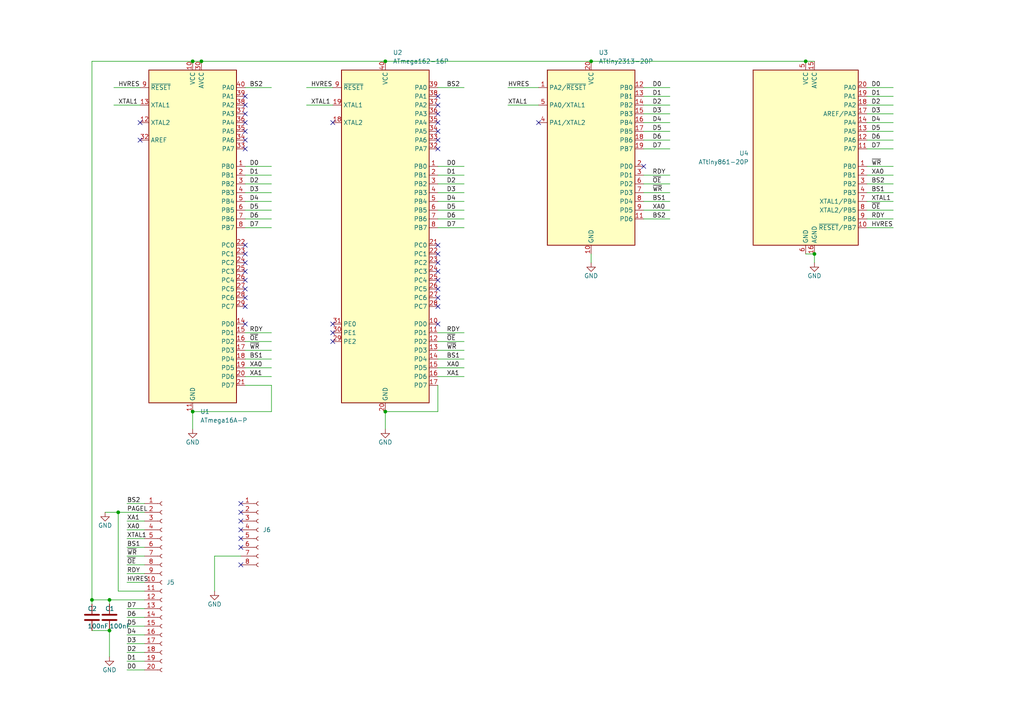
<source format=kicad_sch>
(kicad_sch (version 20231120) (generator "eeschema") (generator_version "8.0")
  (paper "A4")
  (title_block (title "RescueAVR-Adapter") (date "2024-08-25") (rev "1.0"))
  (lib_symbols
    (symbol "Connector:Conn_01x08_Socket" (pin_names (offset 1.016) hide)
      (property "Reference" "J" (at 0 10.16 0))
      (property "Value" "Conn_01x08_Socket" (at 0 -12.7 0))
      (symbol "Conn_01x08_Socket_1_1"
        (arc (start 0 -9.652) (mid -0.5058 -10.16) (end 0 -10.668) (stroke (width 0.1524)))
        (arc (start 0 -7.112) (mid -0.5058 -7.62) (end 0 -8.128) (stroke (width 0.1524)))
        (arc (start 0 -4.572) (mid -0.5058 -5.08) (end 0 -5.588) (stroke (width 0.1524)))
        (arc (start 0 -2.032) (mid -0.5058 -2.54) (end 0 -3.048) (stroke (width 0.1524)))
        (polyline (pts (xy -1.27 -10.16) (xy -0.508 -10.16)) (stroke (width 0.1524)))
        (polyline (pts (xy -1.27 -7.62) (xy -0.508 -7.62)) (stroke (width 0.1524)))
        (polyline (pts (xy -1.27 -5.08) (xy -0.508 -5.08)) (stroke (width 0.1524)))
        (polyline (pts (xy -1.27 -2.54) (xy -0.508 -2.54)) (stroke (width 0.1524)))
        (polyline (pts (xy -1.27 0) (xy -0.508 0)) (stroke (width 0.1524)))
        (polyline (pts (xy -1.27 2.54) (xy -0.508 2.54)) (stroke (width 0.1524)))
        (polyline (pts (xy -1.27 5.08) (xy -0.508 5.08)) (stroke (width 0.1524)))
        (polyline (pts (xy -1.27 7.62) (xy -0.508 7.62)) (stroke (width 0.1524)))
        (arc (start 0 0.508) (mid -0.5058 0) (end 0 -0.508) (stroke (width 0.1524)))
        (arc (start 0 3.048) (mid -0.5058 2.54) (end 0 2.032) (stroke (width 0.1524)))
        (arc (start 0 5.588) (mid -0.5058 5.08) (end 0 4.572) (stroke (width 0.1524)))
        (arc (start 0 8.128) (mid -0.5058 7.62) (end 0 7.112) (stroke (width 0.1524)))
        (pin passive line (at -5.08 7.62 0) (length 3.81) (name "Pin_1") (number "1"))
        (pin passive line (at -5.08 5.08 0) (length 3.81) (name "Pin_2") (number "2"))
        (pin passive line (at -5.08 2.54 0) (length 3.81) (name "Pin_3") (number "3"))
        (pin passive line (at -5.08 0 0) (length 3.81) (name "Pin_4") (number "4"))
        (pin passive line (at -5.08 -2.54 0) (length 3.81) (name "Pin_5") (number "5"))
        (pin passive line (at -5.08 -5.08 0) (length 3.81) (name "Pin_6") (number "6"))
        (pin passive line (at -5.08 -7.62 0) (length 3.81) (name "Pin_7") (number "7"))
        (pin passive line (at -5.08 -10.16 0) (length 3.81) (name "Pin_8") (number "8"))
      )
    )
    (symbol "Connector:Conn_01x20_Socket" (pin_names (offset 1.016) hide)
      (property "Reference" "J" (at 0 25.4 0))
      (property "Value" "Conn_01x20_Socket" (at 0 -27.94 0))
      (symbol "Conn_01x20_Socket_1_1"
        (arc (start 0 -24.892) (mid -0.5058 -25.4) (end 0 -25.908) (stroke (width 0.1524)))
        (arc (start 0 -22.352) (mid -0.5058 -22.86) (end 0 -23.368) (stroke (width 0.1524)))
        (arc (start 0 -19.812) (mid -0.5058 -20.32) (end 0 -20.828) (stroke (width 0.1524)))
        (arc (start 0 -17.272) (mid -0.5058 -17.78) (end 0 -18.288) (stroke (width 0.1524)))
        (arc (start 0 -14.732) (mid -0.5058 -15.24) (end 0 -15.748) (stroke (width 0.1524)))
        (arc (start 0 -12.192) (mid -0.5058 -12.7) (end 0 -13.208) (stroke (width 0.1524)))
        (arc (start 0 -9.652) (mid -0.5058 -10.16) (end 0 -10.668) (stroke (width 0.1524)))
        (arc (start 0 -7.112) (mid -0.5058 -7.62) (end 0 -8.128) (stroke (width 0.1524)))
        (arc (start 0 -4.572) (mid -0.5058 -5.08) (end 0 -5.588) (stroke (width 0.1524)))
        (arc (start 0 -2.032) (mid -0.5058 -2.54) (end 0 -3.048) (stroke (width 0.1524)))
        (polyline (pts (xy -1.27 -25.4) (xy -0.508 -25.4)) (stroke (width 0.1524)))
        (polyline (pts (xy -1.27 -22.86) (xy -0.508 -22.86)) (stroke (width 0.1524)))
        (polyline (pts (xy -1.27 -20.32) (xy -0.508 -20.32)) (stroke (width 0.1524)))
        (polyline (pts (xy -1.27 -17.78) (xy -0.508 -17.78)) (stroke (width 0.1524)))
        (polyline (pts (xy -1.27 -15.24) (xy -0.508 -15.24)) (stroke (width 0.1524)))
        (polyline (pts (xy -1.27 -12.7) (xy -0.508 -12.7)) (stroke (width 0.1524)))
        (polyline (pts (xy -1.27 -10.16) (xy -0.508 -10.16)) (stroke (width 0.1524)))
        (polyline (pts (xy -1.27 -7.62) (xy -0.508 -7.62)) (stroke (width 0.1524)))
        (polyline (pts (xy -1.27 -5.08) (xy -0.508 -5.08)) (stroke (width 0.1524)))
        (polyline (pts (xy -1.27 -2.54) (xy -0.508 -2.54)) (stroke (width 0.1524)))
        (polyline (pts (xy -1.27 0) (xy -0.508 0)) (stroke (width 0.1524)))
        (polyline (pts (xy -1.27 2.54) (xy -0.508 2.54)) (stroke (width 0.1524)))
        (polyline (pts (xy -1.27 5.08) (xy -0.508 5.08)) (stroke (width 0.1524)))
        (polyline (pts (xy -1.27 7.62) (xy -0.508 7.62)) (stroke (width 0.1524)))
        (polyline (pts (xy -1.27 10.16) (xy -0.508 10.16)) (stroke (width 0.1524)))
        (polyline (pts (xy -1.27 12.7) (xy -0.508 12.7)) (stroke (width 0.1524)))
        (polyline (pts (xy -1.27 15.24) (xy -0.508 15.24)) (stroke (width 0.1524)))
        (polyline (pts (xy -1.27 17.78) (xy -0.508 17.78)) (stroke (width 0.1524)))
        (polyline (pts (xy -1.27 20.32) (xy -0.508 20.32)) (stroke (width 0.1524)))
        (polyline (pts (xy -1.27 22.86) (xy -0.508 22.86)) (stroke (width 0.1524)))
        (arc (start 0 0.508) (mid -0.5058 0) (end 0 -0.508) (stroke (width 0.1524)))
        (arc (start 0 3.048) (mid -0.5058 2.54) (end 0 2.032) (stroke (width 0.1524)))
        (arc (start 0 5.588) (mid -0.5058 5.08) (end 0 4.572) (stroke (width 0.1524)))
        (arc (start 0 8.128) (mid -0.5058 7.62) (end 0 7.112) (stroke (width 0.1524)))
        (arc (start 0 10.668) (mid -0.5058 10.16) (end 0 9.652) (stroke (width 0.1524)))
        (arc (start 0 13.208) (mid -0.5058 12.7) (end 0 12.192) (stroke (width 0.1524)))
        (arc (start 0 15.748) (mid -0.5058 15.24) (end 0 14.732) (stroke (width 0.1524)))
        (arc (start 0 18.288) (mid -0.5058 17.78) (end 0 17.272) (stroke (width 0.1524)))
        (arc (start 0 20.828) (mid -0.5058 20.32) (end 0 19.812) (stroke (width 0.1524)))
        (arc (start 0 23.368) (mid -0.5058 22.86) (end 0 22.352) (stroke (width 0.1524)))
        (pin passive line (at -5.08 22.86 0) (length 3.81) (name "Pin_1") (number "1"))
        (pin passive line (at -5.08 0 0) (length 3.81) (name "Pin_10") (number "10"))
        (pin passive line (at -5.08 -2.54 0) (length 3.81) (name "Pin_11") (number "11"))
        (pin passive line (at -5.08 -5.08 0) (length 3.81) (name "Pin_12") (number "12"))
        (pin passive line (at -5.08 -7.62 0) (length 3.81) (name "Pin_13") (number "13"))
        (pin passive line (at -5.08 -10.16 0) (length 3.81) (name "Pin_14") (number "14"))
        (pin passive line (at -5.08 -12.7 0) (length 3.81) (name "Pin_15") (number "15"))
        (pin passive line (at -5.08 -15.24 0) (length 3.81) (name "Pin_16") (number "16"))
        (pin passive line (at -5.08 -17.78 0) (length 3.81) (name "Pin_17") (number "17"))
        (pin passive line (at -5.08 -20.32 0) (length 3.81) (name "Pin_18") (number "18"))
        (pin passive line (at -5.08 -22.86 0) (length 3.81) (name "Pin_19") (number "19"))
        (pin passive line (at -5.08 20.32 0) (length 3.81) (name "Pin_2") (number "2"))
        (pin passive line (at -5.08 -25.4 0) (length 3.81) (name "Pin_20") (number "20"))
        (pin passive line (at -5.08 17.78 0) (length 3.81) (name "Pin_3") (number "3"))
        (pin passive line (at -5.08 15.24 0) (length 3.81) (name "Pin_4") (number "4"))
        (pin passive line (at -5.08 12.7 0) (length 3.81) (name "Pin_5") (number "5"))
        (pin passive line (at -5.08 10.16 0) (length 3.81) (name "Pin_6") (number "6"))
        (pin passive line (at -5.08 7.62 0) (length 3.81) (name "Pin_7") (number "7"))
        (pin passive line (at -5.08 5.08 0) (length 3.81) (name "Pin_8") (number "8"))
        (pin passive line (at -5.08 2.54 0) (length 3.81) (name "Pin_9") (number "9"))
      )
    )
    (symbol "Device:C" (pin_numbers hide) (pin_names (offset 0.254))
      (property "Reference" "C" (at 0.635 2.54 0))
      (property "Value" "C" (at 0.635 -2.54 0))
      (symbol "C_0_1"
        (polyline (pts (xy -2.032 -0.762) (xy 2.032 -0.762)) (stroke (width 0.508)))
        (polyline (pts (xy -2.032 0.762) (xy 2.032 0.762)) (stroke (width 0.508)))
      )
      (symbol "C_1_1"
        (pin passive line (at 0 3.81 270) (length 2.794) (name "~") (number "1"))
        (pin passive line (at 0 -3.81 90) (length 2.794) (name "~") (number "2"))
      )
    )
    (symbol "MCU_Microchip_ATmega:ATmega162-16P"
      (property "Reference" "U" (at -12.7 49.53 0))
      (property "Value" "ATmega162-16P" (at 2.54 -49.53 0))
      (symbol "ATmega162-16P_0_1"
        (rectangle (start -12.7 -48.26) (end 12.7 48.26) (stroke (width 0.254)) (fill (type background)))
      )
      (symbol "ATmega162-16P_1_1"
        (pin bidirectional line (at 15.24 20.32 180) (length 2.54) (name "PB0") (number "1"))
        (pin bidirectional line (at 15.24 -25.4 180) (length 2.54) (name "PD0") (number "10"))
        (pin bidirectional line (at 15.24 -27.94 180) (length 2.54) (name "PD1") (number "11"))
        (pin bidirectional line (at 15.24 -30.48 180) (length 2.54) (name "PD2") (number "12"))
        (pin bidirectional line (at 15.24 -33.02 180) (length 2.54) (name "PD3") (number "13"))
        (pin bidirectional line (at 15.24 -35.56 180) (length 2.54) (name "PD4") (number "14"))
        (pin bidirectional line (at 15.24 -38.1 180) (length 2.54) (name "PD5") (number "15"))
        (pin bidirectional line (at 15.24 -40.64 180) (length 2.54) (name "PD6") (number "16"))
        (pin bidirectional line (at 15.24 -43.18 180) (length 2.54) (name "PD7") (number "17"))
        (pin output line (at -15.24 33.02 0) (length 2.54) (name "XTAL2") (number "18"))
        (pin input line (at -15.24 38.1 0) (length 2.54) (name "XTAL1") (number "19"))
        (pin bidirectional line (at 15.24 17.78 180) (length 2.54) (name "PB1") (number "2"))
        (pin power_in line (at 0 -50.8 90) (length 2.54) (name "GND") (number "20"))
        (pin bidirectional line (at 15.24 -2.54 180) (length 2.54) (name "PC0") (number "21"))
        (pin bidirectional line (at 15.24 -5.08 180) (length 2.54) (name "PC1") (number "22"))
        (pin bidirectional line (at 15.24 -7.62 180) (length 2.54) (name "PC2") (number "23"))
        (pin bidirectional line (at 15.24 -10.16 180) (length 2.54) (name "PC3") (number "24"))
        (pin bidirectional line (at 15.24 -12.7 180) (length 2.54) (name "PC4") (number "25"))
        (pin bidirectional line (at 15.24 -15.24 180) (length 2.54) (name "PC5") (number "26"))
        (pin bidirectional line (at 15.24 -17.78 180) (length 2.54) (name "PC6") (number "27"))
        (pin bidirectional line (at 15.24 -20.32 180) (length 2.54) (name "PC7") (number "28"))
        (pin bidirectional line (at -15.24 -30.48 0) (length 2.54) (name "PE2") (number "29"))
        (pin bidirectional line (at 15.24 15.24 180) (length 2.54) (name "PB2") (number "3"))
        (pin bidirectional line (at -15.24 -27.94 0) (length 2.54) (name "PE1") (number "30"))
        (pin bidirectional line (at -15.24 -25.4 0) (length 2.54) (name "PE0") (number "31"))
        (pin bidirectional line (at 15.24 25.4 180) (length 2.54) (name "PA7") (number "32"))
        (pin bidirectional line (at 15.24 27.94 180) (length 2.54) (name "PA6") (number "33"))
        (pin bidirectional line (at 15.24 30.48 180) (length 2.54) (name "PA5") (number "34"))
        (pin bidirectional line (at 15.24 33.02 180) (length 2.54) (name "PA4") (number "35"))
        (pin bidirectional line (at 15.24 35.56 180) (length 2.54) (name "PA3") (number "36"))
        (pin bidirectional line (at 15.24 38.1 180) (length 2.54) (name "PA2") (number "37"))
        (pin bidirectional line (at 15.24 40.64 180) (length 2.54) (name "PA1") (number "38"))
        (pin bidirectional line (at 15.24 43.18 180) (length 2.54) (name "PA0") (number "39"))
        (pin bidirectional line (at 15.24 12.7 180) (length 2.54) (name "PB3") (number "4"))
        (pin power_in line (at 0 50.8 270) (length 2.54) (name "VCC") (number "40"))
        (pin bidirectional line (at 15.24 10.16 180) (length 2.54) (name "PB4") (number "5"))
        (pin bidirectional line (at 15.24 7.62 180) (length 2.54) (name "PB5") (number "6"))
        (pin bidirectional line (at 15.24 5.08 180) (length 2.54) (name "PB6") (number "7"))
        (pin bidirectional line (at 15.24 2.54 180) (length 2.54) (name "PB7") (number "8"))
        (pin input line (at -15.24 43.18 0) (length 2.54) (name "~{RESET}") (number "9"))
      )
    )
    (symbol "MCU_Microchip_ATmega:ATmega16A-P"
      (property "Reference" "U" (at -12.7 49.53 0))
      (property "Value" "ATmega16A-P" (at 2.54 -49.53 0))
      (symbol "ATmega16A-P_0_1"
        (rectangle (start -12.7 -48.26) (end 12.7 48.26) (stroke (width 0.254)) (fill (type background)))
      )
      (symbol "ATmega16A-P_1_1"
        (pin bidirectional line (at 15.24 20.32 180) (length 2.54) (name "PB0") (number "1"))
        (pin power_in line (at 0 50.8 270) (length 2.54) (name "VCC") (number "10"))
        (pin power_in line (at 0 -50.8 90) (length 2.54) (name "GND") (number "11"))
        (pin output line (at -15.24 33.02 0) (length 2.54) (name "XTAL2") (number "12"))
        (pin input line (at -15.24 38.1 0) (length 2.54) (name "XTAL1") (number "13"))
        (pin bidirectional line (at 15.24 -25.4 180) (length 2.54) (name "PD0") (number "14"))
        (pin bidirectional line (at 15.24 -27.94 180) (length 2.54) (name "PD1") (number "15"))
        (pin bidirectional line (at 15.24 -30.48 180) (length 2.54) (name "PD2") (number "16"))
        (pin bidirectional line (at 15.24 -33.02 180) (length 2.54) (name "PD3") (number "17"))
        (pin bidirectional line (at 15.24 -35.56 180) (length 2.54) (name "PD4") (number "18"))
        (pin bidirectional line (at 15.24 -38.1 180) (length 2.54) (name "PD5") (number "19"))
        (pin bidirectional line (at 15.24 17.78 180) (length 2.54) (name "PB1") (number "2"))
        (pin bidirectional line (at 15.24 -40.64 180) (length 2.54) (name "PD6") (number "20"))
        (pin bidirectional line (at 15.24 -43.18 180) (length 2.54) (name "PD7") (number "21"))
        (pin bidirectional line (at 15.24 -2.54 180) (length 2.54) (name "PC0") (number "22"))
        (pin bidirectional line (at 15.24 -5.08 180) (length 2.54) (name "PC1") (number "23"))
        (pin bidirectional line (at 15.24 -7.62 180) (length 2.54) (name "PC2") (number "24"))
        (pin bidirectional line (at 15.24 -10.16 180) (length 2.54) (name "PC3") (number "25"))
        (pin bidirectional line (at 15.24 -12.7 180) (length 2.54) (name "PC4") (number "26"))
        (pin bidirectional line (at 15.24 -15.24 180) (length 2.54) (name "PC5") (number "27"))
        (pin bidirectional line (at 15.24 -17.78 180) (length 2.54) (name "PC6") (number "28"))
        (pin bidirectional line (at 15.24 -20.32 180) (length 2.54) (name "PC7") (number "29"))
        (pin bidirectional line (at 15.24 15.24 180) (length 2.54) (name "PB2") (number "3"))
        (pin power_in line (at 2.54 50.8 270) (length 2.54) (name "AVCC") (number "30"))
        (pin passive line (at 0 -50.8 90) (length 2.54) hide (name "GND") (number "31"))
        (pin passive line (at -15.24 27.94 0) (length 2.54) (name "AREF") (number "32"))
        (pin bidirectional line (at 15.24 25.4 180) (length 2.54) (name "PA7") (number "33"))
        (pin bidirectional line (at 15.24 27.94 180) (length 2.54) (name "PA6") (number "34"))
        (pin bidirectional line (at 15.24 30.48 180) (length 2.54) (name "PA5") (number "35"))
        (pin bidirectional line (at 15.24 33.02 180) (length 2.54) (name "PA4") (number "36"))
        (pin bidirectional line (at 15.24 35.56 180) (length 2.54) (name "PA3") (number "37"))
        (pin bidirectional line (at 15.24 38.1 180) (length 2.54) (name "PA2") (number "38"))
        (pin bidirectional line (at 15.24 40.64 180) (length 2.54) (name "PA1") (number "39"))
        (pin bidirectional line (at 15.24 12.7 180) (length 2.54) (name "PB3") (number "4"))
        (pin bidirectional line (at 15.24 43.18 180) (length 2.54) (name "PA0") (number "40"))
        (pin bidirectional line (at 15.24 10.16 180) (length 2.54) (name "PB4") (number "5"))
        (pin bidirectional line (at 15.24 7.62 180) (length 2.54) (name "PB5") (number "6"))
        (pin bidirectional line (at 15.24 5.08 180) (length 2.54) (name "PB6") (number "7"))
        (pin bidirectional line (at 15.24 2.54 180) (length 2.54) (name "PB7") (number "8"))
        (pin input line (at -15.24 43.18 0) (length 2.54) (name "~{RESET}") (number "9"))
      )
    )
    (symbol "MCU_Microchip_ATtiny:ATtiny2313-20P"
      (property "Reference" "U" (at -12.7 26.67 0))
      (property "Value" "ATtiny2313-20P" (at 2.54 -26.67 0))
      (symbol "ATtiny2313-20P_0_1"
        (rectangle (start -12.7 -25.4) (end 12.7 25.4) (stroke (width 0.254)) (fill (type background)))
      )
      (symbol "ATtiny2313-20P_1_1"
        (pin bidirectional line (at -15.24 20.32 0) (length 2.54) (name "PA2/~{RESET}") (number "1"))
        (pin power_in line (at 0 -27.94 90) (length 2.54) (name "GND") (number "10"))
        (pin bidirectional line (at 15.24 -17.78 180) (length 2.54) (name "PD6") (number "11"))
        (pin bidirectional line (at 15.24 20.32 180) (length 2.54) (name "PB0") (number "12"))
        (pin bidirectional line (at 15.24 17.78 180) (length 2.54) (name "PB1") (number "13"))
        (pin bidirectional line (at 15.24 15.24 180) (length 2.54) (name "PB2") (number "14"))
        (pin bidirectional line (at 15.24 12.7 180) (length 2.54) (name "PB3") (number "15"))
        (pin bidirectional line (at 15.24 10.16 180) (length 2.54) (name "PB4") (number "16"))
        (pin bidirectional line (at 15.24 7.62 180) (length 2.54) (name "PB5") (number "17"))
        (pin bidirectional line (at 15.24 5.08 180) (length 2.54) (name "PB6") (number "18"))
        (pin bidirectional line (at 15.24 2.54 180) (length 2.54) (name "PB7") (number "19"))
        (pin bidirectional line (at 15.24 -2.54 180) (length 2.54) (name "PD0") (number "2"))
        (pin power_in line (at 0 27.94 270) (length 2.54) (name "VCC") (number "20"))
        (pin bidirectional line (at 15.24 -5.08 180) (length 2.54) (name "PD1") (number "3"))
        (pin bidirectional line (at -15.24 10.16 0) (length 2.54) (name "PA1/XTAL2") (number "4"))
        (pin bidirectional line (at -15.24 15.24 0) (length 2.54) (name "PA0/XTAL1") (number "5"))
        (pin bidirectional line (at 15.24 -7.62 180) (length 2.54) (name "PD2") (number "6"))
        (pin bidirectional line (at 15.24 -10.16 180) (length 2.54) (name "PD3") (number "7"))
        (pin bidirectional line (at 15.24 -12.7 180) (length 2.54) (name "PD4") (number "8"))
        (pin bidirectional line (at 15.24 -15.24 180) (length 2.54) (name "PD5") (number "9"))
      )
    )
    (symbol "MCU_Microchip_ATtiny:ATtiny861-20P"
      (property "Reference" "U" (at -15.24 26.67 0))
      (property "Value" "ATtiny861-20P" (at 5.08 -26.67 0))
      (symbol "ATtiny861-20P_0_1"
        (rectangle (start -15.24 -25.4) (end 15.24 25.4) (stroke (width 0.254)) (fill (type background)))
      )
      (symbol "ATtiny861-20P_1_1"
        (pin bidirectional line (at 17.78 -2.54 180) (length 2.54) (name "PB0") (number "1"))
        (pin bidirectional line (at 17.78 -20.32 180) (length 2.54) (name "~{RESET}/PB7") (number "10"))
        (pin bidirectional line (at 17.78 2.54 180) (length 2.54) (name "PA7") (number "11"))
        (pin bidirectional line (at 17.78 5.08 180) (length 2.54) (name "PA6") (number "12"))
        (pin bidirectional line (at 17.78 7.62 180) (length 2.54) (name "PA5") (number "13"))
        (pin bidirectional line (at 17.78 10.16 180) (length 2.54) (name "PA4") (number "14"))
        (pin power_in line (at 2.54 27.94 270) (length 2.54) (name "AVCC") (number "15"))
        (pin power_in line (at 2.54 -27.94 90) (length 2.54) (name "AGND") (number "16"))
        (pin bidirectional line (at 17.78 12.7 180) (length 2.54) (name "AREF/PA3") (number "17"))
        (pin bidirectional line (at 17.78 15.24 180) (length 2.54) (name "PA2") (number "18"))
        (pin bidirectional line (at 17.78 17.78 180) (length 2.54) (name "PA1") (number "19"))
        (pin bidirectional line (at 17.78 -5.08 180) (length 2.54) (name "PB1") (number "2"))
        (pin bidirectional line (at 17.78 20.32 180) (length 2.54) (name "PA0") (number "20"))
        (pin bidirectional line (at 17.78 -7.62 180) (length 2.54) (name "PB2") (number "3"))
        (pin bidirectional line (at 17.78 -10.16 180) (length 2.54) (name "PB3") (number "4"))
        (pin power_in line (at 0 27.94 270) (length 2.54) (name "VCC") (number "5"))
        (pin power_in line (at 0 -27.94 90) (length 2.54) (name "GND") (number "6"))
        (pin bidirectional line (at 17.78 -12.7 180) (length 2.54) (name "XTAL1/PB4") (number "7"))
        (pin bidirectional line (at 17.78 -15.24 180) (length 2.54) (name "XTAL2/PB5") (number "8"))
        (pin bidirectional line (at 17.78 -17.78 180) (length 2.54) (name "PB6") (number "9"))
      )
    )
    (symbol "power:GND" (power) (pin_names (offset 0))
      (property "Value" "GND" (at 0 -3.81 0))
      (symbol "GND_0_1"
        (polyline (pts (xy 0 0) (xy 0 -1.27) (xy 1.27 -1.27) (xy 0 -2.54) (xy -1.27 -1.27) (xy 0 -1.27)))
      )
      (symbol "GND_1_1"
        (pin power_in line (at 0 0 270) (length 0) hide (name "GND") (number "1"))
      )
    )
  )
  (junction (at 34.29 148.59))
  (junction (at 111.76 119.38))
  (junction (at 55.88 17.78))
  (junction (at 26.67 173.99))
  (junction (at 233.68 17.78))
  (junction (at 31.75 173.99))
  (junction (at 111.76 17.78))
  (junction (at 55.88 119.38))
  (junction (at 31.75 182.88))
  (junction (at 58.42 17.78))
  (junction (at 171.45 17.78))
  (junction (at 236.22 73.66))
  (no_connect (at 71.12 76.2))
  (no_connect (at 69.85 146.05))
  (no_connect (at 156.21 35.56))
  (no_connect (at 127 76.2))
  (no_connect (at 69.85 158.75))
  (no_connect (at 127 81.28))
  (no_connect (at 71.12 43.18))
  (no_connect (at 69.85 153.67))
  (no_connect (at 96.52 35.56))
  (no_connect (at 71.12 27.94))
  (no_connect (at 127 86.36))
  (no_connect (at 127 43.18))
  (no_connect (at 71.12 73.66))
  (no_connect (at 127 73.66))
  (no_connect (at 71.12 35.56))
  (no_connect (at 71.12 71.12))
  (no_connect (at 40.64 35.56))
  (no_connect (at 69.85 156.21))
  (no_connect (at 71.12 33.02))
  (no_connect (at 71.12 78.74))
  (no_connect (at 71.12 88.9))
  (no_connect (at 186.69 48.26))
  (no_connect (at 96.52 99.06))
  (no_connect (at 127 83.82))
  (no_connect (at 127 38.1))
  (no_connect (at 71.12 30.48))
  (no_connect (at 127 33.02))
  (no_connect (at 127 40.64))
  (no_connect (at 127 27.94))
  (no_connect (at 127 78.74))
  (no_connect (at 127 93.98))
  (no_connect (at 71.12 83.82))
  (no_connect (at 40.64 40.64))
  (no_connect (at 71.12 86.36))
  (no_connect (at 127 30.48))
  (no_connect (at 96.52 93.98))
  (no_connect (at 69.85 163.83))
  (no_connect (at 71.12 81.28))
  (no_connect (at 127 35.56))
  (no_connect (at 71.12 40.64))
  (no_connect (at 127 88.9))
  (no_connect (at 69.85 148.59))
  (no_connect (at 69.85 151.13))
  (no_connect (at 96.52 96.52))
  (no_connect (at 71.12 38.1))
  (no_connect (at 71.12 93.98))
  (no_connect (at 127 71.12))
  (wire (pts (xy 251.46 40.64) (xy 259.08 40.64)))
  (wire (pts (xy 251.46 66.04) (xy 259.08 66.04)))
  (wire (pts (xy 71.12 25.4) (xy 78.74 25.4)))
  (wire (pts (xy 251.46 27.94) (xy 259.08 27.94)))
  (wire (pts (xy 36.83 179.07) (xy 41.91 179.07)))
  (wire (pts (xy 71.12 55.88) (xy 78.74 55.88)))
  (wire (pts (xy 251.46 53.34) (xy 259.08 53.34)))
  (wire (pts (xy 127 55.88) (xy 134.62 55.88)))
  (wire (pts (xy 186.69 55.88) (xy 194.31 55.88)))
  (wire (pts (xy 36.83 184.15) (xy 41.91 184.15)))
  (wire (pts (xy 127 119.38) (xy 111.76 119.38)))
  (wire (pts (xy 111.76 17.78) (xy 171.45 17.78)))
  (wire (pts (xy 127 111.76) (xy 127 119.38)))
  (wire (pts (xy 55.88 119.38) (xy 55.88 124.46)))
  (wire (pts (xy 26.67 173.99) (xy 26.67 175.26)))
  (wire (pts (xy 30.48 148.59) (xy 34.29 148.59)))
  (wire (pts (xy 233.68 17.78) (xy 236.22 17.78)))
  (wire (pts (xy 36.83 158.75) (xy 41.91 158.75)))
  (wire (pts (xy 33.02 30.48) (xy 40.64 30.48)))
  (wire (pts (xy 62.23 161.29) (xy 62.23 171.45)))
  (wire (pts (xy 236.22 73.66) (xy 236.22 76.2)))
  (wire (pts (xy 26.67 173.99) (xy 31.75 173.99)))
  (wire (pts (xy 36.83 176.53) (xy 41.91 176.53)))
  (wire (pts (xy 171.45 73.66) (xy 171.45 76.2)))
  (wire (pts (xy 55.88 17.78) (xy 58.42 17.78)))
  (wire (pts (xy 251.46 48.26) (xy 259.08 48.26)))
  (wire (pts (xy 127 58.42) (xy 134.62 58.42)))
  (wire (pts (xy 147.32 30.48) (xy 156.21 30.48)))
  (wire (pts (xy 71.12 96.52) (xy 78.74 96.52)))
  (wire (pts (xy 127 48.26) (xy 134.62 48.26)))
  (wire (pts (xy 186.69 50.8) (xy 194.31 50.8)))
  (wire (pts (xy 186.69 58.42) (xy 194.31 58.42)))
  (wire (pts (xy 251.46 50.8) (xy 259.08 50.8)))
  (wire (pts (xy 147.32 25.4) (xy 156.21 25.4)))
  (wire (pts (xy 31.75 173.99) (xy 41.91 173.99)))
  (wire (pts (xy 26.67 182.88) (xy 31.75 182.88)))
  (wire (pts (xy 71.12 53.34) (xy 78.74 53.34)))
  (wire (pts (xy 36.83 151.13) (xy 41.91 151.13)))
  (wire (pts (xy 186.69 40.64) (xy 194.31 40.64)))
  (wire (pts (xy 31.75 182.88) (xy 31.75 190.5)))
  (wire (pts (xy 58.42 17.78) (xy 111.76 17.78)))
  (wire (pts (xy 33.02 25.4) (xy 40.64 25.4)))
  (wire (pts (xy 127 96.52) (xy 134.62 96.52)))
  (wire (pts (xy 36.83 166.37) (xy 41.91 166.37)))
  (wire (pts (xy 251.46 30.48) (xy 259.08 30.48)))
  (wire (pts (xy 251.46 63.5) (xy 259.08 63.5)))
  (wire (pts (xy 71.12 106.68) (xy 78.74 106.68)))
  (wire (pts (xy 71.12 60.96) (xy 78.74 60.96)))
  (wire (pts (xy 186.69 53.34) (xy 194.31 53.34)))
  (wire (pts (xy 251.46 43.18) (xy 259.08 43.18)))
  (wire (pts (xy 31.75 173.99) (xy 31.75 175.26)))
  (wire (pts (xy 71.12 50.8) (xy 78.74 50.8)))
  (wire (pts (xy 41.91 171.45) (xy 34.29 171.45)))
  (wire (pts (xy 71.12 63.5) (xy 78.74 63.5)))
  (wire (pts (xy 55.88 17.78) (xy 26.67 17.78)))
  (wire (pts (xy 186.69 38.1) (xy 194.31 38.1)))
  (wire (pts (xy 171.45 17.78) (xy 233.68 17.78)))
  (wire (pts (xy 251.46 25.4) (xy 259.08 25.4)))
  (wire (pts (xy 36.83 181.61) (xy 41.91 181.61)))
  (wire (pts (xy 88.9 25.4) (xy 96.52 25.4)))
  (wire (pts (xy 71.12 101.6) (xy 78.74 101.6)))
  (wire (pts (xy 186.69 30.48) (xy 194.31 30.48)))
  (wire (pts (xy 36.83 153.67) (xy 41.91 153.67)))
  (wire (pts (xy 71.12 99.06) (xy 78.74 99.06)))
  (wire (pts (xy 251.46 58.42) (xy 259.08 58.42)))
  (wire (pts (xy 36.83 189.23) (xy 41.91 189.23)))
  (wire (pts (xy 186.69 63.5) (xy 194.31 63.5)))
  (wire (pts (xy 62.23 161.29) (xy 69.85 161.29)))
  (wire (pts (xy 251.46 35.56) (xy 259.08 35.56)))
  (wire (pts (xy 127 101.6) (xy 134.62 101.6)))
  (wire (pts (xy 36.83 163.83) (xy 41.91 163.83)))
  (wire (pts (xy 186.69 27.94) (xy 194.31 27.94)))
  (wire (pts (xy 34.29 148.59) (xy 41.91 148.59)))
  (wire (pts (xy 36.83 156.21) (xy 41.91 156.21)))
  (wire (pts (xy 71.12 109.22) (xy 78.74 109.22)))
  (wire (pts (xy 71.12 48.26) (xy 78.74 48.26)))
  (wire (pts (xy 127 63.5) (xy 134.62 63.5)))
  (wire (pts (xy 36.83 146.05) (xy 41.91 146.05)))
  (wire (pts (xy 127 99.06) (xy 134.62 99.06)))
  (wire (pts (xy 36.83 191.77) (xy 41.91 191.77)))
  (wire (pts (xy 36.83 168.91) (xy 41.91 168.91)))
  (wire (pts (xy 127 104.14) (xy 134.62 104.14)))
  (wire (pts (xy 55.88 119.38) (xy 78.74 119.38)))
  (wire (pts (xy 251.46 55.88) (xy 259.08 55.88)))
  (wire (pts (xy 186.69 60.96) (xy 194.31 60.96)))
  (wire (pts (xy 186.69 35.56) (xy 194.31 35.56)))
  (wire (pts (xy 127 66.04) (xy 134.62 66.04)))
  (wire (pts (xy 34.29 148.59) (xy 34.29 171.45)))
  (wire (pts (xy 233.68 73.66) (xy 236.22 73.66)))
  (wire (pts (xy 71.12 104.14) (xy 78.74 104.14)))
  (wire (pts (xy 36.83 194.31) (xy 41.91 194.31)))
  (wire (pts (xy 186.69 25.4) (xy 194.31 25.4)))
  (wire (pts (xy 251.46 38.1) (xy 259.08 38.1)))
  (wire (pts (xy 111.76 119.38) (xy 111.76 124.46)))
  (wire (pts (xy 186.69 33.02) (xy 194.31 33.02)))
  (wire (pts (xy 78.74 111.76) (xy 78.74 119.38)))
  (wire (pts (xy 251.46 60.96) (xy 259.08 60.96)))
  (wire (pts (xy 88.9 30.48) (xy 96.52 30.48)))
  (wire (pts (xy 186.69 43.18) (xy 194.31 43.18)))
  (wire (pts (xy 36.83 186.69) (xy 41.91 186.69)))
  (wire (pts (xy 127 109.22) (xy 134.62 109.22)))
  (wire (pts (xy 127 50.8) (xy 134.62 50.8)))
  (wire (pts (xy 71.12 111.76) (xy 78.74 111.76)))
  (wire (pts (xy 26.67 17.78) (xy 26.67 173.99)))
  (wire (pts (xy 127 25.4) (xy 134.62 25.4)))
  (wire (pts (xy 127 53.34) (xy 134.62 53.34)))
  (wire (pts (xy 127 106.68) (xy 134.62 106.68)))
  (wire (pts (xy 251.46 33.02) (xy 259.08 33.02)))
  (wire (pts (xy 71.12 58.42) (xy 78.74 58.42)))
  (wire (pts (xy 36.83 161.29) (xy 41.91 161.29)))
  (wire (pts (xy 71.12 66.04) (xy 78.74 66.04)))
  (wire (pts (xy 127 60.96) (xy 134.62 60.96)))
  (label "D1" (at 129.54 50.8 0))
  (label "~{OE}" (at 72.39 99.06 0))
  (label "~{WR}" (at 36.83 161.29 0))
  (label "HVRES" (at 147.32 25.4 0))
  (label "D7" (at 36.83 176.53 0))
  (label "BS1" (at 252.73 55.88 0))
  (label "HVRES" (at 90.17 25.4 0))
  (label "D1" (at 36.83 191.77 0))
  (label "XTAL1" (at 36.83 156.21 0))
  (label "D2" (at 252.73 30.48 0))
  (label "XA1" (at 72.39 109.22 0))
  (label "~{OE}" (at 36.83 163.83 0))
  (label "RDY" (at 252.73 63.5 0))
  (label "BS1" (at 72.39 104.14 0))
  (label "XA1" (at 36.83 151.13 0))
  (label "~{OE}" (at 252.73 60.96 0))
  (label "D2" (at 36.83 189.23 0))
  (label "BS2" (at 252.73 53.34 0))
  (label "D3" (at 129.54 55.88 0))
  (label "HVRES" (at 252.73 66.04 0))
  (label "RDY" (at 129.54 96.52 0))
  (label "XA1" (at 129.54 109.22 0))
  (label "BS1" (at 189.23 58.42 0))
  (label "D0" (at 189.23 25.4 0))
  (label "HVRES" (at 34.29 25.4 0))
  (label "BS2" (at 189.23 63.5 0))
  (label "D2" (at 72.39 53.34 0))
  (label "D6" (at 189.23 40.64 0))
  (label "D6" (at 36.83 179.07 0))
  (label "XA0" (at 72.39 106.68 0))
  (label "BS2" (at 129.54 25.4 0))
  (label "D6" (at 72.39 63.5 0))
  (label "D4" (at 129.54 58.42 0))
  (label "D6" (at 129.54 63.5 0))
  (label "D0" (at 36.83 194.31 0))
  (label "D5" (at 36.83 181.61 0))
  (label "BS2" (at 36.83 146.05 0))
  (label "D6" (at 252.73 40.64 0))
  (label "XA0" (at 36.83 153.67 0))
  (label "D2" (at 129.54 53.34 0))
  (label "D3" (at 189.23 33.02 0))
  (label "RDY" (at 189.23 50.8 0))
  (label "D3" (at 252.73 33.02 0))
  (label "D5" (at 72.39 60.96 0))
  (label "XTAL1" (at 34.29 30.48 0))
  (label "D4" (at 252.73 35.56 0))
  (label "XA0" (at 252.73 50.8 0))
  (label "D0" (at 252.73 25.4 0))
  (label "BS2" (at 72.39 25.4 0))
  (label "RDY" (at 36.83 166.37 0))
  (label "RDY" (at 72.39 96.52 0))
  (label "D5" (at 129.54 60.96 0))
  (label "D0" (at 129.54 48.26 0))
  (label "D7" (at 189.23 43.18 0))
  (label "D4" (at 189.23 35.56 0))
  (label "D1" (at 252.73 27.94 0))
  (label "D3" (at 72.39 55.88 0))
  (label "D7" (at 72.39 66.04 0))
  (label "BS1" (at 129.54 104.14 0))
  (label "XTAL1" (at 147.32 30.48 0))
  (label "XTAL1" (at 252.73 58.42 0))
  (label "~{OE}" (at 129.54 99.06 0))
  (label "D7" (at 252.73 43.18 0))
  (label "D5" (at 189.23 38.1 0))
  (label "~{OE}" (at 189.23 53.34 0))
  (label "D5" (at 252.73 38.1 0))
  (label "XA0" (at 189.23 60.96 0))
  (label "BS1" (at 36.83 158.75 0))
  (label "HVRES" (at 36.83 168.91 0))
  (label "PAGEL" (at 36.83 148.59 0))
  (label "D7" (at 129.54 66.04 0))
  (label "D3" (at 36.83 186.69 0))
  (label "~{WR}" (at 189.23 55.88 0))
  (label "D0" (at 72.39 48.26 0))
  (label "XTAL1" (at 90.17 30.48 0))
  (label "XA0" (at 129.54 106.68 0))
  (label "D1" (at 189.23 27.94 0))
  (label "~{WR}" (at 252.73 48.26 0))
  (label "D4" (at 36.83 184.15 0))
  (label "~{WR}" (at 72.39 101.6 0))
  (label "D2" (at 189.23 30.48 0))
  (label "D4" (at 72.39 58.42 0))
  (label "~{WR}" (at 129.54 101.6 0))
  (label "D1" (at 72.39 50.8 0))
  (symbol (lib_id "power:GND") (at 171.45 76.2 0) (unit 1)
    (property "Reference" "#PWR03" (effects (hide yes)))
    (property "Value" "GND" (at 171.45 80.01 0))
  )
  (symbol (lib_id "Connector:Conn_01x08_Socket") (at 74.93 153.67 0) (unit 1)
    (property "Reference" "J6" (at 76.2 153.6699 0) (effects (justify left)))
    (property "Value" "Conn_01x08_Socket" (effects (hide yes)))
    (property "Footprint" "Connector_PinSocket_2.54mm:PinSocket_1x08_P2.54mm_Vertical" (effects (hide yes)))
    (property "Description" "Generic connector, single row, 01x08, script generated" (effects (hide yes)))
  )
  (symbol (lib_id "MCU_Microchip_ATtiny:ATtiny861-20P") (at 233.68 45.72 0) (unit 1)
    (property "Reference" "U4" (at 217.17 44.4499 0) (effects (justify right)))
    (property "Value" "ATtiny861-20P" (at 217.17 46.9899 0) (effects (justify right)))
    (property "Footprint" "Package_DIP:DIP-20_W7.62mm" (effects (hide yes)))
    (property "Datasheet" "http://ww1.microchip.com/downloads/en/DeviceDoc/atmel-2588-8-bit-avr-microcontrollers-tinyavr-attiny261-attiny461-attiny861_datasheet.pdf" (effects (hide yes)))
    (property "Description" "20MHz, 8kB Flash, 512B SRAM, 512B EEPROM, DIP-20" (effects (hide yes)))
  )
  (symbol (lib_id "Connector:Conn_01x20_Socket") (at 46.99 168.91 0) (unit 1)
    (property "Reference" "J5" (at 48.26 168.9099 0) (effects (justify left)))
    (property "Value" "Conn_01x20_Socket" (effects (hide yes)))
    (property "Footprint" "Connector_PinSocket_2.54mm:PinSocket_1x20_P2.54mm_Vertical" (effects (hide yes)))
    (property "Description" "Generic connector, single row, 01x20, script generated" (effects (hide yes)))
  )
  (symbol (lib_id "MCU_Microchip_ATtiny:ATtiny2313-20P") (at 171.45 45.72 0) (unit 1)
    (property "Reference" "U3" (at 173.6441 15.24 0) (effects (justify left)))
    (property "Value" "ATtiny2313-20P" (at 173.6441 17.78 0) (effects (justify left)))
    (property "Footprint" "Package_DIP:DIP-20_W7.62mm" (effects (hide yes)))
    (property "Datasheet" "http://ww1.microchip.com/downloads/en/DeviceDoc/Atmel-2543-AVR-ATtiny2313_Datasheet.pdf" (effects (hide yes)))
    (property "Description" "20MHz, 2kB Flash, 128B SRAM, 128B EEPROM, debugWIRE, DIP-20" (effects (hide yes)))
  )
  (symbol (lib_id "Device:C") (at 26.67 179.07 0) (unit 1)
    (property "Reference" "C2" (at 25.4 176.53 0) (effects (justify left)))
    (property "Value" "100nF" (at 25.4 181.61 0) (effects (justify left)))
    (property "Footprint" "Capacitor_THT:C_Disc_D7.5mm_W2.5mm_P5.00mm" (effects (hide yes)))
    (property "Description" "Unpolarized capacitor" (effects (hide yes)))
  )
  (symbol (lib_id "MCU_Microchip_ATmega:ATmega162-16P") (at 111.76 68.58 0) (unit 1)
    (property "Reference" "U2" (at 113.9541 15.24 0) (effects (justify left)))
    (property "Value" "ATmega162-16P" (at 113.9541 17.78 0) (effects (justify left)))
    (property "Footprint" "Package_DIP:DIP-40_W15.24mm" (effects (hide yes)))
    (property "Datasheet" "http://ww1.microchip.com/downloads/en/DeviceDoc/Atmel-2513-8-bit-AVR-Microntroller-ATmega162_Datasheet.pdf" (effects (hide yes)))
    (property "Description" "16MHz, 16kB Flash, 1kB SRAM, 512B EEPROM, JTAG, DIP-40" (effects (hide yes)))
  )
  (symbol (lib_id "power:GND") (at 111.76 124.46 0) (unit 1)
    (property "Reference" "#PWR02" (effects (hide yes)))
    (property "Value" "GND" (at 111.76 128.27 0))
  )
  (symbol (lib_id "power:GND") (at 62.23 171.45 0) (unit 1)
    (property "Reference" "#PWR09" (effects (hide yes)))
    (property "Value" "GND" (at 62.23 175.26 0))
  )
  (symbol (lib_id "power:GND") (at 236.22 76.2 0) (unit 1)
    (property "Reference" "#PWR04" (effects (hide yes)))
    (property "Value" "GND" (at 236.22 80.01 0))
  )
  (symbol (lib_id "MCU_Microchip_ATmega:ATmega16A-P") (at 55.88 68.58 0) (unit 1)
    (property "Reference" "U1" (at 58.0741 119.38 0) (effects (justify left)))
    (property "Value" "ATmega16A-P" (at 58.0741 121.92 0) (effects (justify left)))
    (property "Footprint" "Package_DIP:DIP-40_W15.24mm" (effects (hide yes)))
    (property "Datasheet" "http://ww1.microchip.com/downloads/en/DeviceDoc/Atmel-8154-8-bit-AVR-ATmega16A_Datasheet.pdf" (effects (hide yes)))
    (property "Description" "16MHz, 16kB Flash, 1kB SRAM, 512B EEPROM, JTAG, DIP-40" (effects (hide yes)))
  )
  (symbol (lib_id "power:GND") (at 31.75 190.5 0) (unit 1)
    (property "Reference" "#PWR05" (effects (hide yes)))
    (property "Value" "GND" (at 31.75 194.31 0))
  )
  (symbol (lib_id "power:GND") (at 55.88 124.46 0) (unit 1)
    (property "Reference" "#PWR01" (effects (hide yes)))
    (property "Value" "GND" (at 55.88 128.27 0))
  )
  (symbol (lib_id "power:GND") (at 30.48 148.59 0) (unit 1)
    (property "Reference" "#PWR08" (effects (hide yes)))
    (property "Value" "GND" (at 30.48 152.4 0))
  )
  (symbol (lib_id "Device:C") (at 31.75 179.07 0) (unit 1)
    (property "Reference" "C1" (at 30.48 176.53 0) (effects (justify left)))
    (property "Value" "100nF" (at 31.75 181.61 0) (effects (justify left)))
    (property "Footprint" "Capacitor_THT:C_Disc_D7.5mm_W2.5mm_P5.00mm" (effects (hide yes)))
    (property "Description" "Unpolarized capacitor" (effects (hide yes)))
  )
)
</source>
